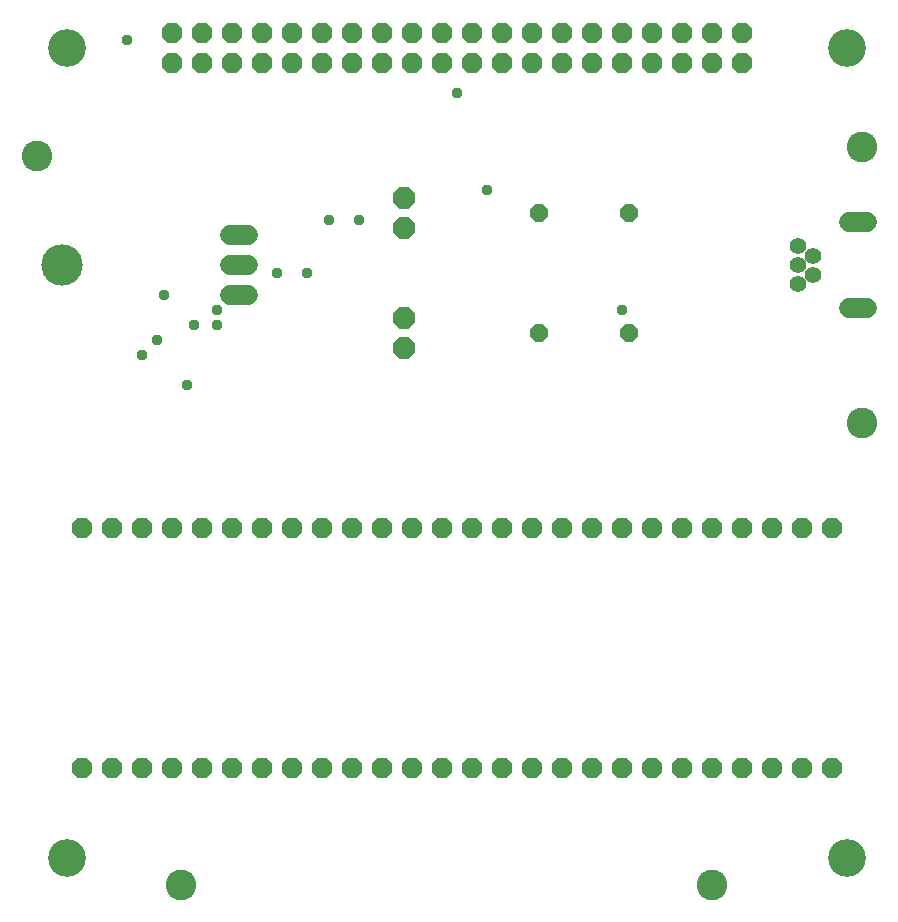
<source format=gbr>
G04 EAGLE Gerber RS-274X export*
G75*
%MOMM*%
%FSLAX34Y34*%
%LPD*%
%INSoldermask Bottom*%
%IPPOS*%
%AMOC8*
5,1,8,0,0,1.08239X$1,22.5*%
G01*
%ADD10P,1.951982X8X292.500000*%
%ADD11C,1.727200*%
%ADD12C,3.505200*%
%ADD13P,1.869504X8X202.500000*%
%ADD14P,1.852186X8X22.500000*%
%ADD15C,1.711200*%
%ADD16C,1.411200*%
%ADD17P,1.649562X8X202.500000*%
%ADD18C,3.203200*%
%ADD19C,2.603200*%
%ADD20C,0.959600*%


D10*
X336550Y406400D03*
X336550Y381000D03*
X336550Y508000D03*
X336550Y482600D03*
D11*
X204470Y425450D02*
X189230Y425450D01*
X189230Y450850D02*
X204470Y450850D01*
X204470Y476250D02*
X189230Y476250D01*
D12*
X46990Y450850D03*
D13*
X622300Y622300D03*
X622300Y647700D03*
X596900Y622300D03*
X596900Y647700D03*
X571500Y622300D03*
X571500Y647700D03*
X546100Y622300D03*
X546100Y647700D03*
X520700Y622300D03*
X520700Y647700D03*
X495300Y622300D03*
X495300Y647700D03*
X469900Y622300D03*
X469900Y647700D03*
X444500Y622300D03*
X444500Y647700D03*
X419100Y622300D03*
X419100Y647700D03*
X393700Y622300D03*
X393700Y647700D03*
X368300Y622300D03*
X368300Y647700D03*
X342900Y622300D03*
X342900Y647700D03*
X317500Y622300D03*
X317500Y647700D03*
X292100Y622300D03*
X292100Y647700D03*
X266700Y622300D03*
X266700Y647700D03*
X241300Y622300D03*
X241300Y647700D03*
X215900Y622300D03*
X215900Y647700D03*
X190500Y622300D03*
X190500Y647700D03*
X165100Y622300D03*
X165100Y647700D03*
X139700Y622300D03*
X139700Y647700D03*
D14*
X63500Y25400D03*
X88900Y25400D03*
X114300Y25400D03*
X139700Y25400D03*
X165100Y25400D03*
X190500Y25400D03*
X215900Y25400D03*
X241300Y25400D03*
X266700Y25400D03*
X292100Y25400D03*
X317500Y25400D03*
X342900Y25400D03*
X368300Y25400D03*
X393700Y25400D03*
X419100Y25400D03*
X444500Y25400D03*
X469900Y25400D03*
X495300Y25400D03*
X520700Y25400D03*
X546100Y25400D03*
X571500Y25400D03*
X596900Y25400D03*
X622300Y25400D03*
X647700Y25400D03*
X673100Y25400D03*
X698500Y25400D03*
D15*
X713210Y414350D02*
X728290Y414350D01*
X728290Y487350D02*
X713210Y487350D01*
D16*
X682250Y458850D03*
X670250Y450850D03*
X670250Y434850D03*
X670250Y466850D03*
X682250Y442850D03*
D14*
X63500Y228600D03*
X88900Y228600D03*
X114300Y228600D03*
X139700Y228600D03*
X165100Y228600D03*
X190500Y228600D03*
X215900Y228600D03*
X241300Y228600D03*
X266700Y228600D03*
X292100Y228600D03*
X317500Y228600D03*
X342900Y228600D03*
X368300Y228600D03*
X393700Y228600D03*
X419100Y228600D03*
X444500Y228600D03*
X469900Y228600D03*
X495300Y228600D03*
X520700Y228600D03*
X546100Y228600D03*
X571500Y228600D03*
X596900Y228600D03*
X622300Y228600D03*
X647700Y228600D03*
X673100Y228600D03*
X698500Y228600D03*
D17*
X527050Y393700D03*
X450850Y393700D03*
X527050Y495300D03*
X450850Y495300D03*
D18*
X50800Y635000D03*
X711200Y635000D03*
X50800Y-50800D03*
X711200Y-50800D03*
D19*
X147320Y-73660D03*
X596900Y-73660D03*
X25400Y543560D03*
X723900Y551180D03*
X723900Y317500D03*
D20*
X158750Y400050D03*
X133350Y425450D03*
X177800Y412750D03*
X381000Y596900D03*
X228600Y444500D03*
X273050Y488950D03*
X101600Y641350D03*
X254000Y444500D03*
X298450Y488950D03*
X406400Y514350D03*
X152400Y349250D03*
X177800Y400050D03*
X520700Y412750D03*
X127000Y387350D03*
X114300Y374650D03*
M02*

</source>
